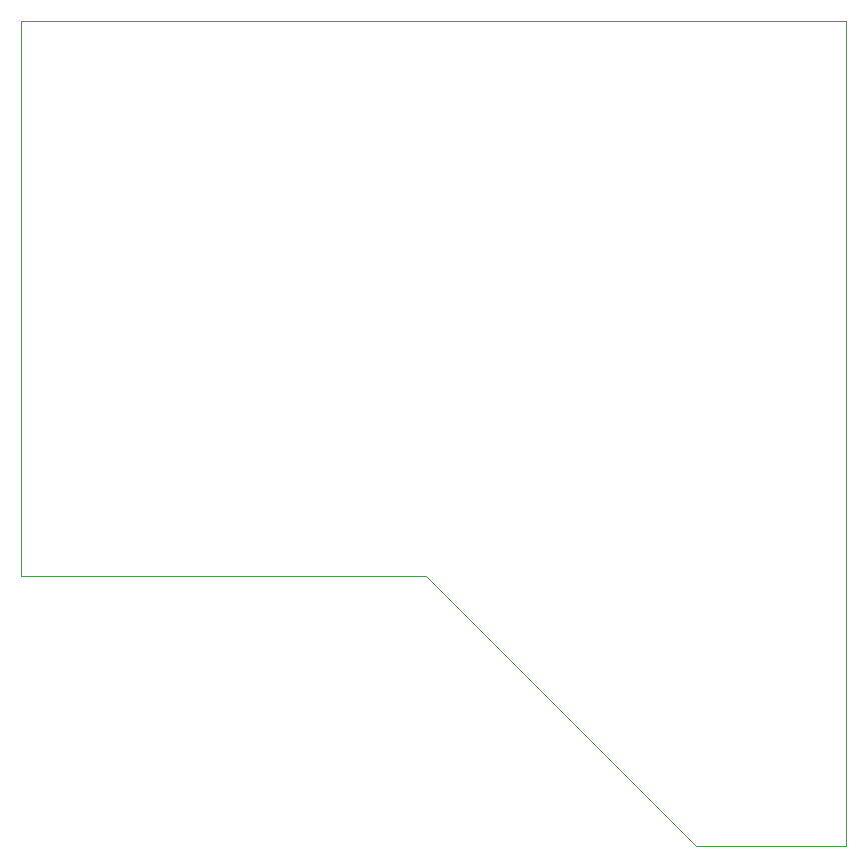
<source format=gbr>
G04 #@! TF.GenerationSoftware,KiCad,Pcbnew,5.1.6*
G04 #@! TF.CreationDate,2020-08-01T17:21:50-05:00*
G04 #@! TF.ProjectId,pcb,7063622e-6b69-4636-9164-5f7063625858,rev?*
G04 #@! TF.SameCoordinates,Original*
G04 #@! TF.FileFunction,Profile,NP*
%FSLAX46Y46*%
G04 Gerber Fmt 4.6, Leading zero omitted, Abs format (unit mm)*
G04 Created by KiCad (PCBNEW 5.1.6) date 2020-08-01 17:21:50*
%MOMM*%
%LPD*%
G01*
G04 APERTURE LIST*
G04 #@! TA.AperFunction,Profile*
%ADD10C,0.050000*%
G04 #@! TD*
G04 APERTURE END LIST*
D10*
X45720000Y-107315000D02*
X11430000Y-107315000D01*
X68580000Y-130175000D02*
X45720000Y-107315000D01*
X81280000Y-130175000D02*
X68580000Y-130175000D01*
X81280000Y-60325000D02*
X81280000Y-130175000D01*
X40005000Y-60325000D02*
X81280000Y-60325000D01*
X11430000Y-60325000D02*
X40005000Y-60325000D01*
X11430000Y-107315000D02*
X11430000Y-60325000D01*
M02*

</source>
